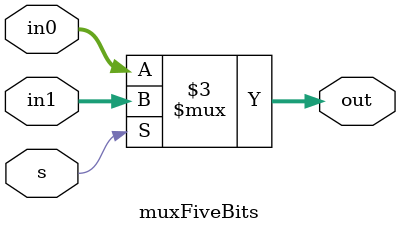
<source format=v>
module muxFiveBits(input s,
           input [4:0] in0,
           input [4:0] in1,
           output reg [4:0] out);

always @(*) begin
    if(s) begin
        out = in1;
    end
    else begin
        out = in0;
    end
end

endmodule

</source>
